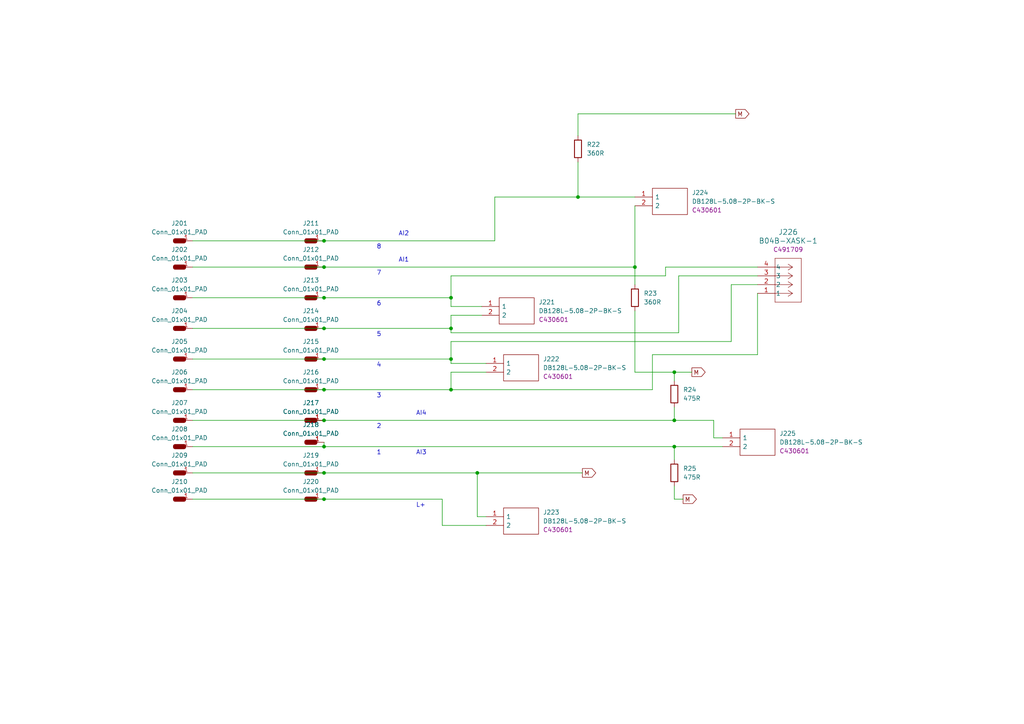
<source format=kicad_sch>
(kicad_sch (version 20230121) (generator eeschema)
  (paper "A4")
  (title_block (title "PLC INPUTS") (rev "14.1.6") (company "Volodune LLC"))
  (lib_symbols
    (symbol "Device:R" (pin_numbers hide) (pin_names (offset 0))
      (property "Reference" "R" (at 2.032 0 90))
      (property "Value" "R" (at 0 0 90))
      (symbol "R_0_1"
        (rectangle (start -1.016 -2.54) (end 1.016 2.54) (stroke (width 0.254)))
      )
      (symbol "R_1_1"
        (pin passive line (at 0 3.81 270) (length 1.27) (name "~") (number "1"))
        (pin passive line (at 0 -3.81 90) (length 1.27) (name "~") (number "2"))
      )
    )
    (symbol "PCB_Library:1729128" (pin_names (offset 0.762))
      (property "Reference" "J" (at 16.51 7.62 0))
      (property "Value" "1729128" (at 16.51 5.08 0))
      (property "LCSC" "C557665" (at 8.89 5.08 0))
      (symbol "1729128_0_0"
        (pin passive line (at 0 0 0) (length 5.08) (name "1") (number "1"))
        (pin passive line (at 0 -2.54 0) (length 5.08) (name "2") (number "2"))
      )
      (symbol "1729128_0_1"
        (polyline (pts (xy 5.08 2.54) (xy 15.24 2.54) (xy 15.24 -5.08) (xy 5.08 -5.08) (xy 5.08 2.54)) (stroke (width 0.1524)))
      )
    )
    (symbol "PCB_Library:B04B-XASK-1" (pin_names (offset 0.254))
      (property "Reference" "J" (at 13.97 6.35 0))
      (property "Value" "B04B-XASK-1" (at 3.81 3.81 0))
      (property "LCSC" "C264994" (at 3.81 7.62 0))
      (symbol "B04B-XASK-1_1_1"
        (polyline (pts (xy 5.08 -10.16) (xy 12.7 -10.16)) (stroke (width 0.127)))
        (polyline (pts (xy 5.08 2.54) (xy 5.08 -10.16)) (stroke (width 0.127)))
        (polyline (pts (xy 10.16 -7.62) (xy 5.08 -7.62)) (stroke (width 0.127)))
        (polyline (pts (xy 10.16 -7.62) (xy 8.89 -8.4667)) (stroke (width 0.127)))
        (polyline (pts (xy 10.16 -7.62) (xy 8.89 -6.7733)) (stroke (width 0.127)))
        (polyline (pts (xy 10.16 -5.08) (xy 5.08 -5.08)) (stroke (width 0.127)))
        (polyline (pts (xy 10.16 -5.08) (xy 8.89 -5.9267)) (stroke (width 0.127)))
        (polyline (pts (xy 10.16 -5.08) (xy 8.89 -4.2333)) (stroke (width 0.127)))
        (polyline (pts (xy 10.16 -2.54) (xy 5.08 -2.54)) (stroke (width 0.127)))
        (polyline (pts (xy 10.16 -2.54) (xy 8.89 -3.3867)) (stroke (width 0.127)))
        (polyline (pts (xy 10.16 -2.54) (xy 8.89 -1.6933)) (stroke (width 0.127)))
        (polyline (pts (xy 10.16 0) (xy 5.08 0)) (stroke (width 0.127)))
        (polyline (pts (xy 10.16 0) (xy 8.89 -0.8467)) (stroke (width 0.127)))
        (polyline (pts (xy 10.16 0) (xy 8.89 0.8467)) (stroke (width 0.127)))
        (polyline (pts (xy 12.7 -10.16) (xy 12.7 2.54)) (stroke (width 0.127)))
        (polyline (pts (xy 12.7 2.54) (xy 5.08 2.54)) (stroke (width 0.127)))
        (pin unspecified line (at 0 0 0) (length 5.08) (name "1") (number "1"))
        (pin unspecified line (at 0 -2.54 0) (length 5.08) (name "2") (number "2"))
        (pin unspecified line (at 0 -5.08 0) (length 5.08) (name "3") (number "3"))
        (pin unspecified line (at 0 -7.62 0) (length 5.08) (name "4") (number "4"))
      )
      (symbol "B04B-XASK-1_1_2"
        (polyline (pts (xy 5.08 -10.16) (xy 12.7 -10.16)) (stroke (width 0.127)))
        (polyline (pts (xy 5.08 2.54) (xy 5.08 -10.16)) (stroke (width 0.127)))
        (polyline (pts (xy 7.62 -7.62) (xy 5.08 -7.62)) (stroke (width 0.127)))
        (polyline (pts (xy 7.62 -7.62) (xy 8.89 -8.4667)) (stroke (width 0.127)))
        (polyline (pts (xy 7.62 -7.62) (xy 8.89 -6.7733)) (stroke (width 0.127)))
        (polyline (pts (xy 7.62 -5.08) (xy 5.08 -5.08)) (stroke (width 0.127)))
        (polyline (pts (xy 7.62 -5.08) (xy 8.89 -5.9267)) (stroke (width 0.127)))
        (polyline (pts (xy 7.62 -5.08) (xy 8.89 -4.2333)) (stroke (width 0.127)))
        (polyline (pts (xy 7.62 -2.54) (xy 5.08 -2.54)) (stroke (width 0.127)))
        (polyline (pts (xy 7.62 -2.54) (xy 8.89 -3.3867)) (stroke (width 0.127)))
        (polyline (pts (xy 7.62 -2.54) (xy 8.89 -1.6933)) (stroke (width 0.127)))
        (polyline (pts (xy 7.62 0) (xy 5.08 0)) (stroke (width 0.127)))
        (polyline (pts (xy 7.62 0) (xy 8.89 -0.8467)) (stroke (width 0.127)))
        (polyline (pts (xy 7.62 0) (xy 8.89 0.8467)) (stroke (width 0.127)))
        (polyline (pts (xy 12.7 -10.16) (xy 12.7 2.54)) (stroke (width 0.127)))
        (polyline (pts (xy 12.7 2.54) (xy 5.08 2.54)) (stroke (width 0.127)))
        (pin unspecified line (at 0 0 0) (length 5.08) (name "1") (number "1"))
        (pin unspecified line (at 0 -2.54 0) (length 5.08) (name "2") (number "2"))
        (pin unspecified line (at 0 -5.08 0) (length 5.08) (name "3") (number "3"))
        (pin unspecified line (at 0 -7.62 0) (length 5.08) (name "4") (number "4"))
      )
    )
    (symbol "PCB_Library:Conn_01x01_PAD" (pin_names (offset 1.016) hide)
      (property "Reference" "J" (at 0 2.54 0))
      (property "Value" "Conn_01x01_PAD" (at 1.27 -3.81 0))
      (symbol "Conn_01x01_PAD_1_1"
        (polyline (pts (xy 1.27 0) (xy 0.8636 0)) (stroke (width 0.1524)))
        (rectangle (start 0 0.127) (end 2.54 -0.127) (stroke (width 1.2192)) (fill (type outline)))
        (pin passive line (at 5.08 0 180) (length 3.81) (name "Pin_1") (number "1"))
      )
    )
  )
  (junction (at 130.81 86.36))
  (junction (at 93.98 129.54))
  (junction (at 93.98 113.03))
  (junction (at 195.58 107.95))
  (junction (at 93.98 121.92))
  (junction (at 130.81 95.25))
  (junction (at 130.81 113.03))
  (junction (at 184.15 77.47))
  (junction (at 93.98 69.85))
  (junction (at 93.98 137.16))
  (junction (at 195.58 129.54))
  (junction (at 93.98 95.25))
  (junction (at 93.98 86.36))
  (junction (at 167.64 57.15))
  (junction (at 93.98 144.78))
  (junction (at 195.58 121.92))
  (junction (at 93.98 77.47))
  (junction (at 93.98 104.14))
  (junction (at 138.43 137.16))
  (junction (at 130.81 104.14))
  (wire (pts (xy 168.91 137.16) (xy 138.43 137.16)))
  (wire (pts (xy 55.88 113.03) (xy 93.98 113.03)))
  (wire (pts (xy 207.01 127) (xy 209.55 127)))
  (wire (pts (xy 195.58 140.97) (xy 195.58 144.78)))
  (wire (pts (xy 138.43 149.86) (xy 140.97 149.86)))
  (wire (pts (xy 193.04 77.47) (xy 193.04 80.01)))
  (wire (pts (xy 55.88 95.25) (xy 93.98 95.25)))
  (wire (pts (xy 128.27 152.4) (xy 140.97 152.4)))
  (wire (pts (xy 130.81 88.9) (xy 139.7 88.9)))
  (wire (pts (xy 130.81 95.25) (xy 130.81 96.52)))
  (wire (pts (xy 195.58 144.78) (xy 198.12 144.78)))
  (wire (pts (xy 93.98 95.25) (xy 130.81 95.25)))
  (wire (pts (xy 184.15 59.69) (xy 184.15 77.47)))
  (wire (pts (xy 130.81 104.14) (xy 130.81 105.41)))
  (wire (pts (xy 130.81 80.01) (xy 130.81 86.36)))
  (wire (pts (xy 55.88 121.92) (xy 93.98 121.92)))
  (wire (pts (xy 167.64 57.15) (xy 184.15 57.15)))
  (wire (pts (xy 167.64 33.02) (xy 167.64 39.37)))
  (wire (pts (xy 130.81 96.52) (xy 196.85 96.52)))
  (wire (pts (xy 143.51 57.15) (xy 143.51 69.85)))
  (wire (pts (xy 207.01 121.92) (xy 195.58 121.92)))
  (wire (pts (xy 130.81 107.95) (xy 140.97 107.95)))
  (wire (pts (xy 143.51 57.15) (xy 167.64 57.15)))
  (wire (pts (xy 128.27 152.4) (xy 128.27 144.78)))
  (wire (pts (xy 193.04 80.01) (xy 130.81 80.01)))
  (wire (pts (xy 93.98 129.54) (xy 195.58 129.54)))
  (wire (pts (xy 130.81 105.41) (xy 140.97 105.41)))
  (wire (pts (xy 55.88 129.54) (xy 93.98 129.54)))
  (wire (pts (xy 195.58 129.54) (xy 209.55 129.54)))
  (wire (pts (xy 195.58 133.35) (xy 195.58 129.54)))
  (wire (pts (xy 55.88 77.47) (xy 93.98 77.47)))
  (wire (pts (xy 212.09 82.55) (xy 219.71 82.55)))
  (wire (pts (xy 93.98 128.27) (xy 93.98 129.54)))
  (wire (pts (xy 93.98 113.03) (xy 130.81 113.03)))
  (wire (pts (xy 219.71 77.47) (xy 193.04 77.47)))
  (wire (pts (xy 130.81 113.03) (xy 130.81 107.95)))
  (wire (pts (xy 196.85 96.52) (xy 196.85 80.01)))
  (wire (pts (xy 55.88 69.85) (xy 93.98 69.85)))
  (wire (pts (xy 219.71 102.87) (xy 189.23 102.87)))
  (wire (pts (xy 195.58 107.95) (xy 200.66 107.95)))
  (wire (pts (xy 184.15 90.17) (xy 184.15 107.95)))
  (wire (pts (xy 143.51 69.85) (xy 93.98 69.85)))
  (wire (pts (xy 130.81 104.14) (xy 130.81 99.06)))
  (wire (pts (xy 219.71 85.09) (xy 219.71 102.87)))
  (wire (pts (xy 184.15 77.47) (xy 184.15 82.55)))
  (wire (pts (xy 93.98 104.14) (xy 130.81 104.14)))
  (wire (pts (xy 55.88 86.36) (xy 93.98 86.36)))
  (wire (pts (xy 93.98 137.16) (xy 138.43 137.16)))
  (wire (pts (xy 55.88 137.16) (xy 93.98 137.16)))
  (wire (pts (xy 196.85 80.01) (xy 219.71 80.01)))
  (wire (pts (xy 189.23 113.03) (xy 130.81 113.03)))
  (wire (pts (xy 130.81 91.44) (xy 130.81 95.25)))
  (wire (pts (xy 93.98 86.36) (xy 130.81 86.36)))
  (wire (pts (xy 130.81 86.36) (xy 130.81 88.9)))
  (wire (pts (xy 184.15 107.95) (xy 195.58 107.95)))
  (wire (pts (xy 195.58 121.92) (xy 93.98 121.92)))
  (wire (pts (xy 93.98 144.78) (xy 128.27 144.78)))
  (wire (pts (xy 195.58 118.11) (xy 195.58 121.92)))
  (wire (pts (xy 207.01 127) (xy 207.01 121.92)))
  (wire (pts (xy 130.81 91.44) (xy 139.7 91.44)))
  (wire (pts (xy 130.81 99.06) (xy 212.09 99.06)))
  (wire (pts (xy 167.64 33.02) (xy 213.36 33.02)))
  (wire (pts (xy 189.23 102.87) (xy 189.23 113.03)))
  (wire (pts (xy 55.88 104.14) (xy 93.98 104.14)))
  (wire (pts (xy 167.64 46.99) (xy 167.64 57.15)))
  (wire (pts (xy 184.15 77.47) (xy 93.98 77.47)))
  (wire (pts (xy 55.88 144.78) (xy 93.98 144.78)))
  (wire (pts (xy 195.58 110.49) (xy 195.58 107.95)))
  (wire (pts (xy 138.43 137.16) (xy 138.43 149.86)))
  (wire (pts (xy 212.09 99.06) (xy 212.09 82.55)))
  (text "1" (at 109.22 132.08 0) (effects (font (size 1.27 1.27)) (justify left bottom)))
  (text "4" (at 109.22 106.68 0) (effects (font (size 1.27 1.27)) (justify left bottom)))
  (text "6" (at 109.22 88.9 0) (effects (font (size 1.27 1.27)) (justify left bottom)))
  (text "3" (at 109.22 115.57 0) (effects (font (size 1.27 1.27)) (justify left bottom)))
  (text "7" (at 109.22 80.01 0) (effects (font (size 1.27 1.27)) (justify left bottom)))
  (text "AI2" (at 115.57 68.58 0) (effects (font (size 1.27 1.27)) (justify left bottom)))
  (text "AI3" (at 120.65 132.08 0) (effects (font (size 1.27 1.27)) (justify left bottom)))
  (text "5" (at 109.22 97.79 0) (effects (font (size 1.27 1.27)) (justify left bottom)))
  (text "2" (at 109.22 124.46 0) (effects (font (size 1.27 1.27)) (justify left bottom)))
  (text "AI4" (at 120.65 120.65 0) (effects (font (size 1.27 1.27)) (justify left bottom)))
  (text "AI1" (at 115.57 76.2 0) (effects (font (size 1.27 1.27)) (justify left bottom)))
  (text "L+" (at 120.65 147.32 0) (effects (font (size 1.27 1.27)) (justify left bottom)))
  (text "8" (at 109.22 72.39 0) (effects (font (size 1.27 1.27)) (justify left bottom)))
  (global_label "M" (shape output) (at 168.91 137.16 0) (property "Intersheetrefs" "${INTERSHEET_REFS}" (effects hide)))
  (global_label "M" (shape output) (at 198.12 144.78 0) (property "Intersheetrefs" "${INTERSHEET_REFS}" (effects hide)))
  (global_label "M" (shape output) (at 213.36 33.02 0) (property "Intersheetrefs" "${INTERSHEET_REFS}" (effects hide)))
  (global_label "M" (shape output) (at 200.66 107.95 0) (property "Intersheetrefs" "${INTERSHEET_REFS}" (effects hide)))
  (symbol (lib_id "Device:R") (at 195.58 137.16 180) (unit 1)
    (property "Reference" "R25" (at 198.12 135.89 0) (effects (justify right)))
    (property "Value" "475R" (at 198.12 138.43 0) (effects (justify right)))
    (property "Footprint" "Resistor_SMD:R_1210_3225Metric" (effects hide))
    (property "Datasheet" "https://jlcpcb.com/partdetail/839336-1210W2F4750T5E/C784300" (effects hide))
    (property "LCSC" "C784300" (effects hide))
    (property "MAX_TEMP" "155 C" (effects hide))
  )
  (symbol (lib_id "PCB_Library:Conn_01x01_PAD") (at 50.8 129.54 0) (unit 1)
    (property "Reference" "J208" (at 52.07 124.46 0))
    (property "Value" "Conn_01x01_PAD" (at 52.07 127 0))
    (property "Footprint" "PCB_Library:Conn_pin_PLC" (effects hide))
  )
  (symbol (lib_id "PCB_Library:1729128") (at 209.55 127 0) (unit 1)
    (property "Reference" "J225" (at 226.06 125.73 0) (effects (justify left)))
    (property "Value" "DB128L-5.08-2P-BK-S" (at 226.06 128.27 0) (effects (justify left)))
    (property "Footprint" "PCB_Library:1729128" (effects hide))
    (property "Datasheet" "https://jlcpcb.com/partdetail/Dorabo-DB128L_5_08_2P_BKS/C430601" (effects hide))
    (property "Description" "PCB terminal block, nominal current: 13.5 A, rated voltage (III/2): 400 V, nominal cross section: 1.5 mm?, Number of potentials: 2, Number of rows: 1, Number of positions per row: 2, product range: MKDSN 1,5, pitch: 5.08 mm, connection method: Screw connection with tension sleeve, mounting: Wave soldering, conductor/PCB connection direction: 0 ?, color: green, Pin layout: Linear pinning, Solder pin [P]: 3.5 mm, type of packaging: packed in cardboard" (effects hide))
    (property "Height" "10.15" (effects hide))
    (property "Manufacturer_Part_Number" "1729128" (effects hide))
    (property "LCSC" "C430601" (at 226.06 130.81 0) (effects (justify left)))
  )
  (symbol (lib_id "PCB_Library:1729128") (at 140.97 149.86 0) (unit 1)
    (property "Reference" "J223" (at 157.48 148.59 0) (effects (justify left)))
    (property "Value" "DB128L-5.08-2P-BK-S" (at 157.48 151.13 0) (effects (justify left)))
    (property "Footprint" "PCB_Library:1729128" (effects hide))
    (property "Datasheet" "https://jlcpcb.com/partdetail/Dorabo-DB128L_5_08_2P_BKS/C430601" (effects hide))
    (property "Description" "PCB terminal block, nominal current: 13.5 A, rated voltage (III/2): 400 V, nominal cross section: 1.5 mm?, Number of potentials: 2, Number of rows: 1, Number of positions per row: 2, product range: MKDSN 1,5, pitch: 5.08 mm, connection method: Screw connection with tension sleeve, mounting: Wave soldering, conductor/PCB connection direction: 0 ?, color: green, Pin layout: Linear pinning, Solder pin [P]: 3.5 mm, type of packaging: packed in cardboard" (effects hide))
    (property "Height" "10.15" (effects hide))
    (property "Manufacturer_Part_Number" "1729128" (effects hide))
    (property "LCSC" "C430601" (at 157.48 153.67 0) (effects (justify left)))
  )
  (symbol (lib_id "PCB_Library:Conn_01x01_PAD") (at 50.8 104.14 0) (unit 1)
    (property "Reference" "J205" (at 52.07 99.06 0))
    (property "Value" "Conn_01x01_PAD" (at 52.07 101.6 0))
    (property "Footprint" "PCB_Library:Conn_pin_PLC" (effects hide))
  )
  (symbol (lib_id "PCB_Library:Conn_01x01_PAD") (at 50.8 69.85 0) (unit 1)
    (property "Reference" "J201" (at 52.07 64.77 0))
    (property "Value" "Conn_01x01_PAD" (at 52.07 67.31 0))
    (property "Footprint" "PCB_Library:Conn_pin_PLC" (effects hide))
  )
  (symbol (lib_id "PCB_Library:Conn_01x01_PAD") (at 50.8 121.92 0) (unit 1)
    (property "Reference" "J207" (at 52.07 116.84 0))
    (property "Value" "Conn_01x01_PAD" (at 52.07 119.38 0))
    (property "Footprint" "PCB_Library:Conn_pin_PLC" (effects hide))
  )
  (symbol (lib_id "PCB_Library:Conn_01x01_PAD") (at 88.9 121.92 0) (unit 1)
    (property "Reference" "J217" (at 90.17 116.84 0))
    (property "Value" "Conn_01x01_PAD" (at 90.17 119.38 0))
    (property "Footprint" "PCB_Library:Conn_pin_PLC" (effects hide))
  )
  (symbol (lib_id "Device:R") (at 195.58 114.3 180) (unit 1)
    (property "Reference" "R24" (at 198.12 113.03 0) (effects (justify right)))
    (property "Value" "475R" (at 198.12 115.57 0) (effects (justify right)))
    (property "Footprint" "Resistor_SMD:R_1210_3225Metric" (effects hide))
    (property "Datasheet" "https://jlcpcb.com/partdetail/839336-1210W2F4750T5E/C784300" (effects hide))
    (property "LCSC" "C784300" (effects hide))
    (property "MAX_TEMP" "155 C" (effects hide))
  )
  (symbol (lib_id "PCB_Library:Conn_01x01_PAD") (at 50.8 77.47 0) (unit 1)
    (property "Reference" "J202" (at 52.07 72.39 0))
    (property "Value" "Conn_01x01_PAD" (at 52.07 74.93 0))
    (property "Footprint" "PCB_Library:Conn_pin_PLC" (effects hide))
  )
  (symbol (lib_id "PCB_Library:Conn_01x01_PAD") (at 88.9 137.16 0) (unit 1)
    (property "Reference" "J219" (at 90.17 132.08 0))
    (property "Value" "Conn_01x01_PAD" (at 90.17 134.62 0))
    (property "Footprint" "PCB_Library:Conn_pin_PLC" (effects hide))
  )
  (symbol (lib_id "PCB_Library:1729128") (at 140.97 105.41 0) (unit 1)
    (property "Reference" "J222" (at 157.48 104.14 0) (effects (justify left)))
    (property "Value" "DB128L-5.08-2P-BK-S" (at 157.48 106.68 0) (effects (justify left)))
    (property "Footprint" "PCB_Library:1729128" (effects hide))
    (property "Datasheet" "https://jlcpcb.com/partdetail/Dorabo-DB128L_5_08_2P_BKS/C430601" (effects hide))
    (property "Description" "PCB terminal block, nominal current: 13.5 A, rated voltage (III/2): 400 V, nominal cross section: 1.5 mm?, Number of potentials: 2, Number of rows: 1, Number of positions per row: 2, product range: MKDSN 1,5, pitch: 5.08 mm, connection method: Screw connection with tension sleeve, mounting: Wave soldering, conductor/PCB connection direction: 0 ?, color: green, Pin layout: Linear pinning, Solder pin [P]: 3.5 mm, type of packaging: packed in cardboard" (effects hide))
    (property "Height" "10.15" (effects hide))
    (property "Manufacturer_Part_Number" "1729128" (effects hide))
    (property "LCSC" "C430601" (at 157.48 109.22 0) (effects (justify left)))
  )
  (symbol (lib_id "PCB_Library:Conn_01x01_PAD") (at 88.9 104.14 0) (unit 1)
    (property "Reference" "J215" (at 90.17 99.06 0))
    (property "Value" "Conn_01x01_PAD" (at 90.17 101.6 0))
    (property "Footprint" "PCB_Library:Conn_pin_PLC" (effects hide))
  )
  (symbol (lib_id "PCB_Library:Conn_01x01_PAD") (at 88.9 86.36 0) (unit 1)
    (property "Reference" "J213" (at 90.17 81.28 0))
    (property "Value" "Conn_01x01_PAD" (at 90.17 83.82 0))
    (property "Footprint" "PCB_Library:Conn_pin_PLC" (effects hide))
  )
  (symbol (lib_id "PCB_Library:Conn_01x01_PAD") (at 50.8 137.16 0) (unit 1)
    (property "Reference" "J209" (at 52.07 132.08 0))
    (property "Value" "Conn_01x01_PAD" (at 52.07 134.62 0))
    (property "Footprint" "PCB_Library:Conn_pin_PLC" (effects hide))
  )
  (symbol (lib_id "Device:R") (at 167.64 43.18 180) (unit 1)
    (property "Reference" "R22" (at 170.18 41.91 0) (effects (justify right)))
    (property "Value" "360R" (at 170.18 44.45 0) (effects (justify right)))
    (property "Footprint" "Resistor_SMD:R_1206_3216Metric" (effects hide))
    (property "Datasheet" "https://jlcpcb.com/partdetail/18620-1206W4F3600T5E/C17932" (effects hide))
    (property "LCSC" "C17932" (effects hide))
    (property "MAX_TEMP" "155 C" (effects hide))
  )
  (symbol (lib_id "PCB_Library:Conn_01x01_PAD") (at 50.8 95.25 0) (unit 1)
    (property "Reference" "J204" (at 52.07 90.17 0))
    (property "Value" "Conn_01x01_PAD" (at 52.07 92.71 0))
    (property "Footprint" "PCB_Library:Conn_pin_PLC" (effects hide))
  )
  (symbol (lib_id "PCB_Library:Conn_01x01_PAD") (at 50.8 144.78 0) (unit 1)
    (property "Reference" "J210" (at 52.07 139.7 0))
    (property "Value" "Conn_01x01_PAD" (at 52.07 142.24 0))
    (property "Footprint" "PCB_Library:Conn_pin_PLC" (effects hide))
  )
  (symbol (lib_id "PCB_Library:Conn_01x01_PAD") (at 88.9 144.78 0) (unit 1)
    (property "Reference" "J220" (at 90.17 139.7 0))
    (property "Value" "Conn_01x01_PAD" (at 90.17 142.24 0))
    (property "Footprint" "PCB_Library:Conn_pin_PLC" (effects hide))
  )
  (symbol (lib_id "PCB_Library:Conn_01x01_PAD") (at 88.9 113.03 0) (unit 1)
    (property "Reference" "J216" (at 90.17 107.95 0))
    (property "Value" "Conn_01x01_PAD" (at 90.17 110.49 0))
    (property "Footprint" "PCB_Library:Conn_pin_PLC" (effects hide))
  )
  (symbol (lib_id "PCB_Library:Conn_01x01_PAD") (at 50.8 86.36 0) (unit 1)
    (property "Reference" "J203" (at 52.07 81.28 0))
    (property "Value" "Conn_01x01_PAD" (at 52.07 83.82 0))
    (property "Footprint" "PCB_Library:Conn_pin_PLC" (effects hide))
  )
  (symbol (lib_id "PCB_Library:Conn_01x01_PAD") (at 88.9 95.25 0) (unit 1)
    (property "Reference" "J214" (at 90.17 90.17 0))
    (property "Value" "Conn_01x01_PAD" (at 90.17 92.71 0))
    (property "Footprint" "PCB_Library:Conn_pin_PLC" (effects hide))
  )
  (symbol (lib_id "PCB_Library:Conn_01x01_PAD") (at 88.9 128.27 0) (unit 1)
    (property "Reference" "J218" (at 90.17 123.19 0))
    (property "Value" "Conn_01x01_PAD" (at 90.17 125.73 0))
    (property "Footprint" "PCB_Library:Conn_pin_PLC" (effects hide))
  )
  (symbol (lib_id "PCB_Library:Conn_01x01_PAD") (at 88.9 77.47 0) (unit 1)
    (property "Reference" "J212" (at 90.17 72.39 0))
    (property "Value" "Conn_01x01_PAD" (at 90.17 74.93 0))
    (property "Footprint" "PCB_Library:Conn_pin_PLC" (effects hide))
  )
  (symbol (lib_id "PCB_Library:Conn_01x01_PAD") (at 50.8 113.03 0) (unit 1)
    (property "Reference" "J206" (at 52.07 107.95 0))
    (property "Value" "Conn_01x01_PAD" (at 52.07 110.49 0))
    (property "Footprint" "PCB_Library:Conn_pin_PLC" (effects hide))
  )
  (symbol (lib_id "PCB_Library:B04B-XASK-1") (at 219.71 85.09 0) (mirror x) (unit 1)
    (property "Reference" "J226" (at 228.6 67.31 0) (effects (font (size 1.524 1.524))))
    (property "Value" "B04B-XASK-1" (at 228.6 69.85 0) (effects (font (size 1.524 1.524))))
    (property "Footprint" "PCB_Library:CONN_B04B-XASK-1-A_JST" (effects hide))
    (property "Datasheet" "B04B-XASK-1" (effects hide))
    (property "LCSC" "C491709" (at 228.6 72.39 0))
  )
  (symbol (lib_id "PCB_Library:1729128") (at 184.15 57.15 0) (unit 1)
    (property "Reference" "J224" (at 200.66 55.88 0) (effects (justify left)))
    (property "Value" "DB128L-5.08-2P-BK-S" (at 200.66 58.42 0) (effects (justify left)))
    (property "Footprint" "PCB_Library:1729128" (effects hide))
    (property "Datasheet" "https://jlcpcb.com/partdetail/Dorabo-DB128L_5_08_2P_BKS/C430601" (effects hide))
    (property "Description" "PCB terminal block, nominal current: 13.5 A, rated voltage (III/2): 400 V, nominal cross section: 1.5 mm?, Number of potentials: 2, Number of rows: 1, Number of positions per row: 2, product range: MKDSN 1,5, pitch: 5.08 mm, connection method: Screw connection with tension sleeve, mounting: Wave soldering, conductor/PCB connection direction: 0 ?, color: green, Pin layout: Linear pinning, Solder pin [P]: 3.5 mm, type of packaging: packed in cardboard" (effects hide))
    (property "Height" "10.15" (effects hide))
    (property "Manufacturer_Part_Number" "1729128" (effects hide))
    (property "LCSC" "C430601" (at 200.66 60.96 0) (effects (justify left)))
  )
  (symbol (lib_id "Device:R") (at 184.15 86.36 180) (unit 1)
    (property "Reference" "R23" (at 186.69 85.09 0) (effects (justify right)))
    (property "Value" "360R" (at 186.69 87.63 0) (effects (justify right)))
    (property "Footprint" "Resistor_SMD:R_1206_3216Metric" (effects hide))
    (property "Datasheet" "https://jlcpcb.com/partdetail/18620-1206W4F3600T5E/C17932" (effects hide))
    (property "LCSC" "C17932" (effects hide))
    (property "MAX_TEMP" "155 C" (effects hide))
  )
  (symbol (lib_id "PCB_Library:1729128") (at 139.7 88.9 0) (unit 1)
    (property "Reference" "J221" (at 156.21 87.63 0) (effects (justify left)))
    (property "Value" "DB128L-5.08-2P-BK-S" (at 156.21 90.17 0) (effects (justify left)))
    (property "Footprint" "PCB_Library:1729128" (effects hide))
    (property "Datasheet" "https://jlcpcb.com/partdetail/Dorabo-DB128L_5_08_2P_BKS/C430601" (effects hide))
    (property "Description" "PCB terminal block, nominal current: 13.5 A, rated voltage (III/2): 400 V, nominal cross section: 1.5 mm?, Number of potentials: 2, Number of rows: 1, Number of positions per row: 2, product range: MKDSN 1,5, pitch: 5.08 mm, connection method: Screw connection with tension sleeve, mounting: Wave soldering, conductor/PCB connection direction: 0 ?, color: green, Pin layout: Linear pinning, Solder pin [P]: 3.5 mm, type of packaging: packed in cardboard" (effects hide))
    (property "Height" "10.15" (effects hide))
    (property "Manufacturer_Part_Number" "1729128" (effects hide))
    (property "LCSC" "C430601" (at 156.21 92.71 0) (effects (justify left)))
  )
  (symbol (lib_id "PCB_Library:Conn_01x01_PAD") (at 88.9 69.85 0) (unit 1)
    (property "Reference" "J211" (at 90.17 64.77 0))
    (property "Value" "Conn_01x01_PAD" (at 90.17 67.31 0))
    (property "Footprint" "PCB_Library:Conn_pin_PLC" (effects hide))
  )
)
</source>
